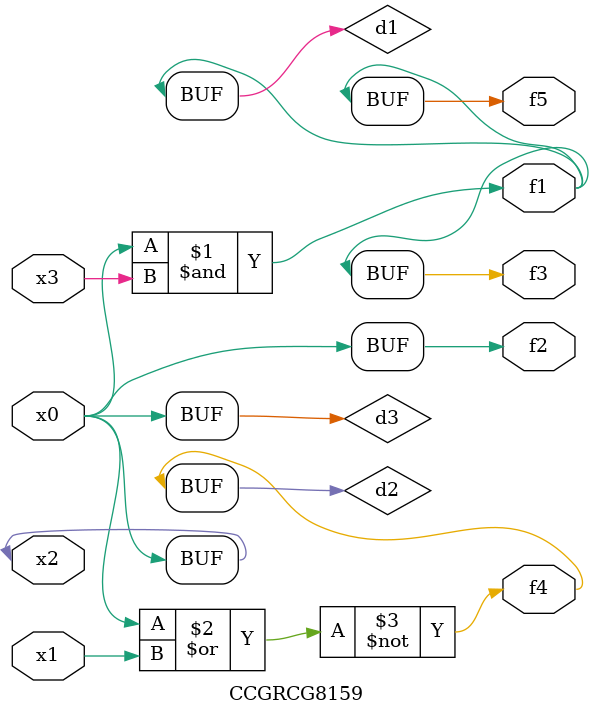
<source format=v>
module CCGRCG8159(
	input x0, x1, x2, x3,
	output f1, f2, f3, f4, f5
);

	wire d1, d2, d3;

	and (d1, x2, x3);
	nor (d2, x0, x1);
	buf (d3, x0, x2);
	assign f1 = d1;
	assign f2 = d3;
	assign f3 = d1;
	assign f4 = d2;
	assign f5 = d1;
endmodule

</source>
